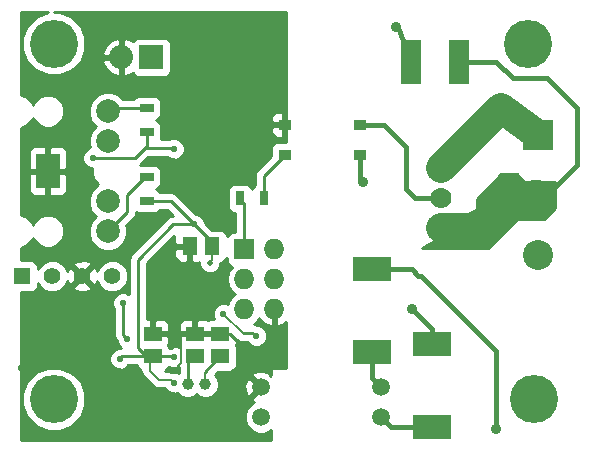
<source format=gbl>
%FSLAX34Y34*%
G04 Gerber Fmt 3.4, Leading zero omitted, Abs format*
G04 (created by PCBNEW (2014-jan-25)-product) date Sun 31 May 2015 12:35:32 PM EDT*
%MOIN*%
G01*
G70*
G90*
G04 APERTURE LIST*
%ADD10C,0.005906*%
%ADD11R,0.068000X0.068000*%
%ADD12O,0.068000X0.068000*%
%ADD13R,0.051200X0.059000*%
%ADD14R,0.059000X0.051200*%
%ADD15R,0.070900X0.145700*%
%ADD16R,0.100000X0.100000*%
%ADD17C,0.100000*%
%ADD18R,0.078740X0.118110*%
%ADD19C,0.078740*%
%ADD20R,0.055000X0.055000*%
%ADD21C,0.055000*%
%ADD22R,0.047200X0.031500*%
%ADD23R,0.031500X0.047200*%
%ADD24R,0.126000X0.078700*%
%ADD25R,0.044882X0.035827*%
%ADD26C,0.070000*%
%ADD27R,0.070000X0.070000*%
%ADD28C,0.059055*%
%ADD29C,0.039400*%
%ADD30R,0.080000X0.080000*%
%ADD31O,0.080000X0.080000*%
%ADD32C,0.160000*%
%ADD33C,0.035000*%
%ADD34C,0.022000*%
%ADD35C,0.020000*%
%ADD36C,0.015748*%
%ADD37C,0.007992*%
%ADD38C,0.010000*%
%ADD39C,0.098425*%
G04 APERTURE END LIST*
G54D10*
G54D11*
X40850Y-65500D03*
G54D12*
X40850Y-66500D03*
X40850Y-67500D03*
X41850Y-67500D03*
X41850Y-66500D03*
X41850Y-65500D03*
G54D13*
X39025Y-65400D03*
X39775Y-65400D03*
G54D14*
X37800Y-68325D03*
X37800Y-69075D03*
X39200Y-68325D03*
X39200Y-69075D03*
X40050Y-68325D03*
X40050Y-69075D03*
G54D15*
X48007Y-59250D03*
X46393Y-59250D03*
G54D16*
X50650Y-61700D03*
G54D17*
X50650Y-63700D03*
X50650Y-65700D03*
G54D18*
X34300Y-62900D03*
G54D19*
X36300Y-61900D03*
X36300Y-60900D03*
X36300Y-63900D03*
X36300Y-64900D03*
G54D20*
X33450Y-66400D03*
G54D21*
X34450Y-66400D03*
X35450Y-66400D03*
X36450Y-66400D03*
G54D22*
X37600Y-60806D03*
X37600Y-61594D03*
X37600Y-63106D03*
X37600Y-63894D03*
G54D23*
X41494Y-63800D03*
X40706Y-63800D03*
G54D24*
X47100Y-68672D03*
X47100Y-71428D03*
X45100Y-66172D03*
X45100Y-68928D03*
G54D25*
X42200Y-62350D03*
X42200Y-61350D03*
X44700Y-62350D03*
X44700Y-61350D03*
G54D26*
X47400Y-62800D03*
X47400Y-63800D03*
G54D27*
X47400Y-64800D03*
G54D28*
X41400Y-71100D03*
X41400Y-70100D03*
X45400Y-70100D03*
X45400Y-71100D03*
G54D29*
X38955Y-70000D03*
X39545Y-70000D03*
G54D30*
X37750Y-59100D03*
G54D31*
X36750Y-59100D03*
G54D32*
X34500Y-58650D03*
X50500Y-70500D03*
X34500Y-70500D03*
X50300Y-58650D03*
G54D33*
X36350Y-70300D03*
G54D34*
X38400Y-68750D03*
X38450Y-69550D03*
X39200Y-63750D03*
X33400Y-69450D03*
G54D35*
X39050Y-67100D03*
X39050Y-67550D03*
X38500Y-67100D03*
X38500Y-67550D03*
G54D34*
X38500Y-65400D03*
X36700Y-69150D03*
X38500Y-69950D03*
X38500Y-69100D03*
X38500Y-62150D03*
X35800Y-62450D03*
X39175Y-64675D03*
G54D35*
X39700Y-65950D03*
G54D33*
X45900Y-58100D03*
X49250Y-71500D03*
X46450Y-67500D03*
G54D34*
X36950Y-68500D03*
X36800Y-67300D03*
G54D33*
X44800Y-63250D03*
G54D34*
X41250Y-68400D03*
X40150Y-67650D03*
G54D36*
X36350Y-70300D02*
X36350Y-70150D01*
G54D37*
X38450Y-69550D02*
X38500Y-69550D01*
X38500Y-69550D02*
X38750Y-69300D01*
X38750Y-69300D02*
X38750Y-68325D01*
G54D38*
X40050Y-68325D02*
X40375Y-68325D01*
X40375Y-68325D02*
X41000Y-68950D01*
X41000Y-68950D02*
X41000Y-69700D01*
X41000Y-69700D02*
X41400Y-70100D01*
X40050Y-68325D02*
X39200Y-68325D01*
X39200Y-68325D02*
X38750Y-68325D01*
X38750Y-68325D02*
X37800Y-68325D01*
G54D37*
X38450Y-69550D02*
X38450Y-69600D01*
G54D38*
X39200Y-63750D02*
X41600Y-61350D01*
X41600Y-61350D02*
X42200Y-61350D01*
X33400Y-69450D02*
X33550Y-69300D01*
X33550Y-69300D02*
X34850Y-69300D01*
G54D37*
X39050Y-67100D02*
X39050Y-67550D01*
X38500Y-67100D02*
X38500Y-67550D01*
X38500Y-65400D02*
X39025Y-65400D01*
G54D38*
X39200Y-67700D02*
X39200Y-68325D01*
X39125Y-67625D02*
X39050Y-67550D01*
X39200Y-67700D02*
X39125Y-67625D01*
X38575Y-67625D02*
X39125Y-67625D01*
X38575Y-67625D02*
X38500Y-67550D01*
X36775Y-69075D02*
X36700Y-69150D01*
G54D37*
X37700Y-69550D02*
X37700Y-69175D01*
X37700Y-69175D02*
X37800Y-69075D01*
X38500Y-69950D02*
X38400Y-69850D01*
X38400Y-69850D02*
X38000Y-69850D01*
X38000Y-69850D02*
X37700Y-69550D01*
X38500Y-69100D02*
X38475Y-69075D01*
G54D38*
X38475Y-69075D02*
X37800Y-69075D01*
X37800Y-69075D02*
X37575Y-69075D01*
X37575Y-69075D02*
X37300Y-68800D01*
X37300Y-68800D02*
X37300Y-65850D01*
X37300Y-65850D02*
X38475Y-64675D01*
X38475Y-64675D02*
X39175Y-64675D01*
X37800Y-69075D02*
X36775Y-69075D01*
X38500Y-62150D02*
X38475Y-62125D01*
X38475Y-62125D02*
X37525Y-62125D01*
X37600Y-62050D02*
X37600Y-61594D01*
X37200Y-62450D02*
X37525Y-62125D01*
X37525Y-62125D02*
X37600Y-62050D01*
X35800Y-62450D02*
X37200Y-62450D01*
X37600Y-63894D02*
X38394Y-63894D01*
X38394Y-63894D02*
X39175Y-64675D01*
X39175Y-64675D02*
X39775Y-65275D01*
X39775Y-65275D02*
X39775Y-65400D01*
G54D37*
X39775Y-65875D02*
X39700Y-65950D01*
X39775Y-65400D02*
X39775Y-65875D01*
G54D38*
X38955Y-70000D02*
X38955Y-69320D01*
G54D37*
X38955Y-69320D02*
X39200Y-69075D01*
X39545Y-70000D02*
X39545Y-69580D01*
G54D38*
X39545Y-69580D02*
X40050Y-69075D01*
G54D39*
X48450Y-64800D02*
X47400Y-64800D01*
X50500Y-63700D02*
X48450Y-64800D01*
X50650Y-63700D02*
X50500Y-63700D01*
G54D36*
X50650Y-63700D02*
X50700Y-63700D01*
G54D38*
X50950Y-63700D02*
X50650Y-63700D01*
G54D36*
X49250Y-59250D02*
X49800Y-59800D01*
X48007Y-59250D02*
X49250Y-59250D01*
X51950Y-62700D02*
X50950Y-63700D01*
X51950Y-60800D02*
X51950Y-62700D01*
X50950Y-59800D02*
X51950Y-60800D01*
X49800Y-59800D02*
X50950Y-59800D01*
X45993Y-58193D02*
X45900Y-58100D01*
X46393Y-59250D02*
X45993Y-58193D01*
X46422Y-66172D02*
X46650Y-66400D01*
X46650Y-66400D02*
X46750Y-66400D01*
X46750Y-66400D02*
X49250Y-68900D01*
X49250Y-68900D02*
X49250Y-71500D01*
X45100Y-66172D02*
X46422Y-66172D01*
X47100Y-68150D02*
X46450Y-67500D01*
X47100Y-68672D02*
X47100Y-68150D01*
G54D39*
X49400Y-60800D02*
X47400Y-62800D01*
X49400Y-60800D02*
X47400Y-62800D01*
X50650Y-61700D02*
X49400Y-60800D01*
G54D38*
X36950Y-68500D02*
X36800Y-68350D01*
X36800Y-68350D02*
X36800Y-67300D01*
X37600Y-63106D02*
X37544Y-63106D01*
X37544Y-63106D02*
X36950Y-63700D01*
X36950Y-63700D02*
X36950Y-64250D01*
X36950Y-64250D02*
X36300Y-64900D01*
X37600Y-60806D02*
X36394Y-60806D01*
X36394Y-60806D02*
X36300Y-60900D01*
G54D37*
X40850Y-63944D02*
X40706Y-63800D01*
G54D38*
X40850Y-65500D02*
X40850Y-63944D01*
X41494Y-63056D02*
X42200Y-62350D01*
X41494Y-63800D02*
X41494Y-63056D01*
G54D36*
X45728Y-71428D02*
X45400Y-71100D01*
X47100Y-71428D02*
X45728Y-71428D01*
X45100Y-69800D02*
X45400Y-70100D01*
X45100Y-68928D02*
X45100Y-69800D01*
X44700Y-62350D02*
X44700Y-63150D01*
G54D37*
X44700Y-63150D02*
X44800Y-63250D01*
G54D36*
X46550Y-63800D02*
X46250Y-63500D01*
X46250Y-63500D02*
X46250Y-62100D01*
X46250Y-62100D02*
X45500Y-61350D01*
X45500Y-61350D02*
X44700Y-61350D01*
X47400Y-63800D02*
X46550Y-63800D01*
G54D37*
X41250Y-68400D02*
X41150Y-68300D01*
G54D38*
X41150Y-68300D02*
X40800Y-68300D01*
G54D37*
X40800Y-68300D02*
X40150Y-67650D01*
G54D10*
G36*
X38655Y-69624D02*
X38571Y-69590D01*
X38522Y-69590D01*
X38510Y-69582D01*
X38400Y-69560D01*
X38195Y-69560D01*
X38236Y-69542D01*
X38306Y-69472D01*
X38329Y-69418D01*
X38428Y-69459D01*
X38571Y-69460D01*
X38655Y-69425D01*
X38655Y-69624D01*
X38655Y-69624D01*
G37*
G54D38*
X38655Y-69624D02*
X38571Y-69590D01*
X38522Y-69590D01*
X38510Y-69582D01*
X38400Y-69560D01*
X38195Y-69560D01*
X38236Y-69542D01*
X38306Y-69472D01*
X38329Y-69418D01*
X38428Y-69459D01*
X38571Y-69460D01*
X38655Y-69425D01*
X38655Y-69624D01*
G54D10*
G36*
X40539Y-67000D02*
X40432Y-67071D01*
X40304Y-67262D01*
X40293Y-67319D01*
X40221Y-67290D01*
X40078Y-67289D01*
X39946Y-67344D01*
X39844Y-67445D01*
X39790Y-67578D01*
X39789Y-67721D01*
X39830Y-67819D01*
X39804Y-67819D01*
X39705Y-67819D01*
X39625Y-67852D01*
X39544Y-67819D01*
X39445Y-67819D01*
X39312Y-67819D01*
X39250Y-67881D01*
X39250Y-68275D01*
X39567Y-68275D01*
X39682Y-68275D01*
X40000Y-68275D01*
X40000Y-68267D01*
X40100Y-68267D01*
X40100Y-68275D01*
X40107Y-68275D01*
X40107Y-68375D01*
X40100Y-68375D01*
X40100Y-68382D01*
X40000Y-68382D01*
X40000Y-68375D01*
X39682Y-68375D01*
X39567Y-68375D01*
X39250Y-68375D01*
X39250Y-68382D01*
X39150Y-68382D01*
X39150Y-68375D01*
X39150Y-68275D01*
X39150Y-67881D01*
X39087Y-67819D01*
X38975Y-67819D01*
X38975Y-65882D01*
X38975Y-65450D01*
X38581Y-65450D01*
X38519Y-65512D01*
X38519Y-65645D01*
X38519Y-65744D01*
X38557Y-65836D01*
X38627Y-65906D01*
X38719Y-65945D01*
X38912Y-65945D01*
X38975Y-65882D01*
X38975Y-67819D01*
X38954Y-67819D01*
X38855Y-67819D01*
X38763Y-67857D01*
X38693Y-67927D01*
X38655Y-68019D01*
X38655Y-68212D01*
X38717Y-68275D01*
X39150Y-68275D01*
X39150Y-68375D01*
X38717Y-68375D01*
X38655Y-68437D01*
X38655Y-68630D01*
X38683Y-68699D01*
X38655Y-68769D01*
X38655Y-68774D01*
X38571Y-68740D01*
X38428Y-68739D01*
X38345Y-68774D01*
X38345Y-68769D01*
X38316Y-68700D01*
X38345Y-68630D01*
X38345Y-68437D01*
X38345Y-68212D01*
X38345Y-68019D01*
X38306Y-67927D01*
X38236Y-67857D01*
X38144Y-67819D01*
X38045Y-67819D01*
X37912Y-67819D01*
X37850Y-67881D01*
X37850Y-68275D01*
X38282Y-68275D01*
X38345Y-68212D01*
X38345Y-68437D01*
X38282Y-68375D01*
X37850Y-68375D01*
X37850Y-68382D01*
X37750Y-68382D01*
X37750Y-68375D01*
X37742Y-68375D01*
X37742Y-68275D01*
X37750Y-68275D01*
X37750Y-67881D01*
X37687Y-67819D01*
X37600Y-67819D01*
X37600Y-65974D01*
X38519Y-65055D01*
X38519Y-65055D01*
X38519Y-65154D01*
X38519Y-65287D01*
X38581Y-65350D01*
X38975Y-65350D01*
X38975Y-65342D01*
X39075Y-65342D01*
X39075Y-65350D01*
X39082Y-65350D01*
X39082Y-65450D01*
X39075Y-65450D01*
X39075Y-65882D01*
X39137Y-65945D01*
X39330Y-65945D01*
X39350Y-65937D01*
X39349Y-66019D01*
X39403Y-66148D01*
X39501Y-66246D01*
X39630Y-66299D01*
X39769Y-66300D01*
X39898Y-66246D01*
X39996Y-66148D01*
X40049Y-66019D01*
X40050Y-65950D01*
X40051Y-65945D01*
X40080Y-65945D01*
X40172Y-65906D01*
X40242Y-65836D01*
X40260Y-65795D01*
X40260Y-65889D01*
X40298Y-65981D01*
X40368Y-66051D01*
X40428Y-66077D01*
X40304Y-66262D01*
X40260Y-66488D01*
X40260Y-66511D01*
X40304Y-66737D01*
X40432Y-66928D01*
X40539Y-67000D01*
X40539Y-67000D01*
G37*
G54D38*
X40539Y-67000D02*
X40432Y-67071D01*
X40304Y-67262D01*
X40293Y-67319D01*
X40221Y-67290D01*
X40078Y-67289D01*
X39946Y-67344D01*
X39844Y-67445D01*
X39790Y-67578D01*
X39789Y-67721D01*
X39830Y-67819D01*
X39804Y-67819D01*
X39705Y-67819D01*
X39625Y-67852D01*
X39544Y-67819D01*
X39445Y-67819D01*
X39312Y-67819D01*
X39250Y-67881D01*
X39250Y-68275D01*
X39567Y-68275D01*
X39682Y-68275D01*
X40000Y-68275D01*
X40000Y-68267D01*
X40100Y-68267D01*
X40100Y-68275D01*
X40107Y-68275D01*
X40107Y-68375D01*
X40100Y-68375D01*
X40100Y-68382D01*
X40000Y-68382D01*
X40000Y-68375D01*
X39682Y-68375D01*
X39567Y-68375D01*
X39250Y-68375D01*
X39250Y-68382D01*
X39150Y-68382D01*
X39150Y-68375D01*
X39150Y-68275D01*
X39150Y-67881D01*
X39087Y-67819D01*
X38975Y-67819D01*
X38975Y-65882D01*
X38975Y-65450D01*
X38581Y-65450D01*
X38519Y-65512D01*
X38519Y-65645D01*
X38519Y-65744D01*
X38557Y-65836D01*
X38627Y-65906D01*
X38719Y-65945D01*
X38912Y-65945D01*
X38975Y-65882D01*
X38975Y-67819D01*
X38954Y-67819D01*
X38855Y-67819D01*
X38763Y-67857D01*
X38693Y-67927D01*
X38655Y-68019D01*
X38655Y-68212D01*
X38717Y-68275D01*
X39150Y-68275D01*
X39150Y-68375D01*
X38717Y-68375D01*
X38655Y-68437D01*
X38655Y-68630D01*
X38683Y-68699D01*
X38655Y-68769D01*
X38655Y-68774D01*
X38571Y-68740D01*
X38428Y-68739D01*
X38345Y-68774D01*
X38345Y-68769D01*
X38316Y-68700D01*
X38345Y-68630D01*
X38345Y-68437D01*
X38345Y-68212D01*
X38345Y-68019D01*
X38306Y-67927D01*
X38236Y-67857D01*
X38144Y-67819D01*
X38045Y-67819D01*
X37912Y-67819D01*
X37850Y-67881D01*
X37850Y-68275D01*
X38282Y-68275D01*
X38345Y-68212D01*
X38345Y-68437D01*
X38282Y-68375D01*
X37850Y-68375D01*
X37850Y-68382D01*
X37750Y-68382D01*
X37750Y-68375D01*
X37742Y-68375D01*
X37742Y-68275D01*
X37750Y-68275D01*
X37750Y-67881D01*
X37687Y-67819D01*
X37600Y-67819D01*
X37600Y-65974D01*
X38519Y-65055D01*
X38519Y-65055D01*
X38519Y-65154D01*
X38519Y-65287D01*
X38581Y-65350D01*
X38975Y-65350D01*
X38975Y-65342D01*
X39075Y-65342D01*
X39075Y-65350D01*
X39082Y-65350D01*
X39082Y-65450D01*
X39075Y-65450D01*
X39075Y-65882D01*
X39137Y-65945D01*
X39330Y-65945D01*
X39350Y-65937D01*
X39349Y-66019D01*
X39403Y-66148D01*
X39501Y-66246D01*
X39630Y-66299D01*
X39769Y-66300D01*
X39898Y-66246D01*
X39996Y-66148D01*
X40049Y-66019D01*
X40050Y-65950D01*
X40051Y-65945D01*
X40080Y-65945D01*
X40172Y-65906D01*
X40242Y-65836D01*
X40260Y-65795D01*
X40260Y-65889D01*
X40298Y-65981D01*
X40368Y-66051D01*
X40428Y-66077D01*
X40304Y-66262D01*
X40260Y-66488D01*
X40260Y-66511D01*
X40304Y-66737D01*
X40432Y-66928D01*
X40539Y-67000D01*
G54D10*
G36*
X42250Y-69450D02*
X41750Y-69450D01*
X41750Y-69679D01*
X41711Y-69717D01*
X41685Y-69622D01*
X41480Y-69549D01*
X41263Y-69560D01*
X41114Y-69622D01*
X41088Y-69717D01*
X41400Y-70029D01*
X41405Y-70023D01*
X41476Y-70094D01*
X41470Y-70100D01*
X41476Y-70105D01*
X41405Y-70176D01*
X41400Y-70170D01*
X41329Y-70241D01*
X41329Y-70100D01*
X41017Y-69788D01*
X40922Y-69814D01*
X40849Y-70019D01*
X40860Y-70236D01*
X40922Y-70385D01*
X41017Y-70411D01*
X41329Y-70100D01*
X41329Y-70241D01*
X41088Y-70482D01*
X41114Y-70577D01*
X41180Y-70600D01*
X41091Y-70637D01*
X40938Y-70790D01*
X40854Y-70991D01*
X40854Y-71207D01*
X40937Y-71408D01*
X41090Y-71561D01*
X41291Y-71645D01*
X41507Y-71645D01*
X41708Y-71562D01*
X41750Y-71521D01*
X41750Y-71850D01*
X35747Y-71850D01*
X35747Y-66767D01*
X35450Y-66470D01*
X35152Y-66767D01*
X35177Y-66860D01*
X35374Y-66929D01*
X35582Y-66918D01*
X35722Y-66860D01*
X35747Y-66767D01*
X35747Y-71850D01*
X35550Y-71850D01*
X35550Y-70292D01*
X35390Y-69905D01*
X35095Y-69610D01*
X34709Y-69450D01*
X34292Y-69449D01*
X33905Y-69609D01*
X33610Y-69904D01*
X33450Y-70290D01*
X33449Y-70707D01*
X33609Y-71094D01*
X33904Y-71389D01*
X34290Y-71549D01*
X34707Y-71550D01*
X35094Y-71390D01*
X35389Y-71095D01*
X35549Y-70709D01*
X35550Y-70292D01*
X35550Y-71850D01*
X33400Y-71850D01*
X33400Y-66925D01*
X33774Y-66925D01*
X33866Y-66886D01*
X33936Y-66816D01*
X33975Y-66724D01*
X33975Y-66625D01*
X33975Y-66625D01*
X34004Y-66697D01*
X34152Y-66844D01*
X34345Y-66924D01*
X34553Y-66925D01*
X34747Y-66845D01*
X34894Y-66697D01*
X34947Y-66571D01*
X34989Y-66672D01*
X35082Y-66697D01*
X35379Y-66400D01*
X35082Y-66102D01*
X34989Y-66127D01*
X34950Y-66237D01*
X34943Y-66220D01*
X34943Y-63540D01*
X34943Y-63440D01*
X34943Y-63012D01*
X34943Y-62787D01*
X34943Y-62359D01*
X34943Y-62259D01*
X34905Y-62167D01*
X34835Y-62097D01*
X34743Y-62059D01*
X34412Y-62059D01*
X34350Y-62121D01*
X34350Y-62850D01*
X34881Y-62850D01*
X34943Y-62787D01*
X34943Y-63012D01*
X34881Y-62950D01*
X34350Y-62950D01*
X34350Y-63678D01*
X34412Y-63740D01*
X34743Y-63740D01*
X34835Y-63702D01*
X34905Y-63632D01*
X34943Y-63540D01*
X34943Y-66220D01*
X34895Y-66103D01*
X34747Y-65955D01*
X34554Y-65875D01*
X34346Y-65874D01*
X34153Y-65954D01*
X34005Y-66102D01*
X33975Y-66174D01*
X33975Y-66075D01*
X33936Y-65983D01*
X33866Y-65913D01*
X33774Y-65875D01*
X33675Y-65875D01*
X33400Y-65875D01*
X33400Y-65445D01*
X33407Y-65445D01*
X33608Y-65362D01*
X33761Y-65209D01*
X33799Y-65117D01*
X33837Y-65208D01*
X33990Y-65361D01*
X34191Y-65445D01*
X34407Y-65445D01*
X34608Y-65362D01*
X34761Y-65209D01*
X34845Y-65008D01*
X34845Y-64792D01*
X34762Y-64591D01*
X34609Y-64438D01*
X34408Y-64354D01*
X34250Y-64354D01*
X34250Y-63678D01*
X34250Y-62950D01*
X34250Y-62850D01*
X34250Y-62121D01*
X34187Y-62059D01*
X33856Y-62059D01*
X33764Y-62097D01*
X33694Y-62167D01*
X33656Y-62259D01*
X33656Y-62359D01*
X33656Y-62787D01*
X33718Y-62850D01*
X34250Y-62850D01*
X34250Y-62950D01*
X33718Y-62950D01*
X33656Y-63012D01*
X33656Y-63440D01*
X33656Y-63540D01*
X33694Y-63632D01*
X33764Y-63702D01*
X33856Y-63740D01*
X34187Y-63740D01*
X34250Y-63678D01*
X34250Y-64354D01*
X34192Y-64354D01*
X33991Y-64437D01*
X33838Y-64590D01*
X33800Y-64682D01*
X33762Y-64591D01*
X33609Y-64438D01*
X33408Y-64354D01*
X33400Y-64354D01*
X33400Y-61445D01*
X33407Y-61445D01*
X33608Y-61362D01*
X33761Y-61209D01*
X33799Y-61117D01*
X33837Y-61208D01*
X33990Y-61361D01*
X34191Y-61445D01*
X34407Y-61445D01*
X34608Y-61362D01*
X34761Y-61209D01*
X34845Y-61008D01*
X34845Y-60792D01*
X34762Y-60591D01*
X34609Y-60438D01*
X34408Y-60354D01*
X34192Y-60354D01*
X33991Y-60437D01*
X33838Y-60590D01*
X33800Y-60682D01*
X33762Y-60591D01*
X33609Y-60438D01*
X33408Y-60354D01*
X33400Y-60354D01*
X33400Y-57600D01*
X34291Y-57600D01*
X33905Y-57759D01*
X33610Y-58054D01*
X33450Y-58440D01*
X33449Y-58857D01*
X33609Y-59244D01*
X33904Y-59539D01*
X34290Y-59699D01*
X34707Y-59700D01*
X35094Y-59540D01*
X35389Y-59245D01*
X35549Y-58859D01*
X35550Y-58442D01*
X35390Y-58055D01*
X35095Y-57760D01*
X34709Y-57600D01*
X34500Y-57600D01*
X42250Y-57600D01*
X42250Y-60983D01*
X42250Y-61300D01*
X42250Y-61400D01*
X42250Y-61716D01*
X42250Y-61920D01*
X42150Y-61920D01*
X42150Y-61716D01*
X42150Y-61400D01*
X42150Y-61300D01*
X42150Y-60983D01*
X42087Y-60920D01*
X41925Y-60920D01*
X41833Y-60958D01*
X41763Y-61029D01*
X41725Y-61121D01*
X41725Y-61220D01*
X41725Y-61237D01*
X41788Y-61300D01*
X42150Y-61300D01*
X42150Y-61400D01*
X41788Y-61400D01*
X41725Y-61462D01*
X41725Y-61479D01*
X41725Y-61578D01*
X41763Y-61670D01*
X41833Y-61741D01*
X41925Y-61779D01*
X42087Y-61779D01*
X42150Y-61716D01*
X42150Y-61920D01*
X41925Y-61920D01*
X41833Y-61958D01*
X41763Y-62029D01*
X41725Y-62121D01*
X41725Y-62220D01*
X41725Y-62400D01*
X41281Y-62843D01*
X41216Y-62941D01*
X41194Y-63056D01*
X41194Y-63352D01*
X41124Y-63422D01*
X41099Y-63481D01*
X41075Y-63422D01*
X41005Y-63352D01*
X40913Y-63314D01*
X40813Y-63314D01*
X40498Y-63314D01*
X40406Y-63352D01*
X40336Y-63422D01*
X40298Y-63514D01*
X40298Y-63613D01*
X40298Y-64085D01*
X40336Y-64177D01*
X40406Y-64247D01*
X40498Y-64286D01*
X40550Y-64286D01*
X40550Y-64910D01*
X40460Y-64910D01*
X40368Y-64948D01*
X40298Y-65018D01*
X40281Y-65059D01*
X40281Y-65055D01*
X40242Y-64963D01*
X40172Y-64893D01*
X40080Y-64855D01*
X39981Y-64855D01*
X39779Y-64855D01*
X39535Y-64610D01*
X39535Y-64603D01*
X39480Y-64471D01*
X39379Y-64369D01*
X39246Y-64315D01*
X39239Y-64315D01*
X38606Y-63681D01*
X38508Y-63616D01*
X38394Y-63594D01*
X38047Y-63594D01*
X37977Y-63524D01*
X37918Y-63499D01*
X37977Y-63475D01*
X38047Y-63405D01*
X38086Y-63313D01*
X38086Y-63213D01*
X38086Y-62898D01*
X38047Y-62806D01*
X37977Y-62736D01*
X37885Y-62698D01*
X37786Y-62698D01*
X37357Y-62698D01*
X37412Y-62662D01*
X37649Y-62425D01*
X38265Y-62425D01*
X38295Y-62455D01*
X38428Y-62509D01*
X38571Y-62510D01*
X38703Y-62455D01*
X38805Y-62354D01*
X38859Y-62221D01*
X38860Y-62078D01*
X38805Y-61946D01*
X38704Y-61844D01*
X38571Y-61790D01*
X38428Y-61789D01*
X38400Y-61801D01*
X38400Y-59549D01*
X38400Y-59450D01*
X38400Y-58650D01*
X38361Y-58558D01*
X38291Y-58488D01*
X38199Y-58450D01*
X38100Y-58450D01*
X37300Y-58450D01*
X37208Y-58488D01*
X37138Y-58558D01*
X37131Y-58573D01*
X37131Y-58573D01*
X36900Y-58467D01*
X36800Y-58514D01*
X36800Y-59050D01*
X36807Y-59050D01*
X36807Y-59150D01*
X36800Y-59150D01*
X36800Y-59685D01*
X36900Y-59732D01*
X37131Y-59626D01*
X37131Y-59626D01*
X37138Y-59641D01*
X37208Y-59711D01*
X37300Y-59750D01*
X37399Y-59750D01*
X38199Y-59750D01*
X38291Y-59711D01*
X38361Y-59641D01*
X38400Y-59549D01*
X38400Y-61801D01*
X38343Y-61825D01*
X38076Y-61825D01*
X38086Y-61801D01*
X38086Y-61701D01*
X38086Y-61386D01*
X38047Y-61294D01*
X37977Y-61224D01*
X37918Y-61199D01*
X37977Y-61175D01*
X38047Y-61105D01*
X38086Y-61013D01*
X38086Y-60913D01*
X38086Y-60598D01*
X38047Y-60506D01*
X37977Y-60436D01*
X37885Y-60398D01*
X37786Y-60398D01*
X37314Y-60398D01*
X37222Y-60436D01*
X37152Y-60506D01*
X36816Y-60506D01*
X36700Y-60389D01*
X36700Y-59685D01*
X36700Y-59150D01*
X36700Y-59050D01*
X36700Y-58514D01*
X36599Y-58467D01*
X36368Y-58573D01*
X36196Y-58759D01*
X36117Y-58949D01*
X36164Y-59050D01*
X36700Y-59050D01*
X36700Y-59150D01*
X36164Y-59150D01*
X36117Y-59250D01*
X36196Y-59440D01*
X36368Y-59626D01*
X36599Y-59732D01*
X36700Y-59685D01*
X36700Y-60389D01*
X36665Y-60354D01*
X36428Y-60256D01*
X36172Y-60256D01*
X35935Y-60353D01*
X35754Y-60534D01*
X35656Y-60771D01*
X35656Y-61027D01*
X35753Y-61264D01*
X35889Y-61400D01*
X35754Y-61534D01*
X35656Y-61771D01*
X35656Y-62027D01*
X35688Y-62106D01*
X35596Y-62144D01*
X35494Y-62245D01*
X35440Y-62378D01*
X35439Y-62521D01*
X35494Y-62653D01*
X35595Y-62755D01*
X35728Y-62809D01*
X35754Y-62809D01*
X35754Y-63007D01*
X35837Y-63208D01*
X35969Y-63340D01*
X35935Y-63353D01*
X35754Y-63534D01*
X35656Y-63771D01*
X35656Y-64027D01*
X35753Y-64264D01*
X35889Y-64400D01*
X35754Y-64534D01*
X35656Y-64771D01*
X35656Y-65027D01*
X35753Y-65264D01*
X35934Y-65445D01*
X36171Y-65543D01*
X36427Y-65543D01*
X36664Y-65446D01*
X36845Y-65265D01*
X36943Y-65028D01*
X36943Y-64772D01*
X36916Y-64707D01*
X37162Y-64462D01*
X37162Y-64462D01*
X37227Y-64364D01*
X37227Y-64364D01*
X37245Y-64272D01*
X37314Y-64301D01*
X37413Y-64301D01*
X37885Y-64301D01*
X37977Y-64263D01*
X38047Y-64194D01*
X38269Y-64194D01*
X38454Y-64379D01*
X38360Y-64397D01*
X38262Y-64462D01*
X37087Y-65637D01*
X37022Y-65735D01*
X37000Y-65850D01*
X37000Y-66993D01*
X36975Y-66982D01*
X36975Y-66296D01*
X36895Y-66103D01*
X36747Y-65955D01*
X36554Y-65875D01*
X36346Y-65874D01*
X36153Y-65954D01*
X36005Y-66102D01*
X35952Y-66228D01*
X35910Y-66127D01*
X35817Y-66102D01*
X35747Y-66173D01*
X35747Y-66032D01*
X35722Y-65939D01*
X35525Y-65870D01*
X35317Y-65881D01*
X35177Y-65939D01*
X35152Y-66032D01*
X35450Y-66329D01*
X35747Y-66032D01*
X35747Y-66173D01*
X35520Y-66400D01*
X35817Y-66697D01*
X35910Y-66672D01*
X35949Y-66562D01*
X36004Y-66697D01*
X36152Y-66844D01*
X36345Y-66924D01*
X36553Y-66925D01*
X36747Y-66845D01*
X36894Y-66697D01*
X36974Y-66504D01*
X36975Y-66296D01*
X36975Y-66982D01*
X36871Y-66940D01*
X36728Y-66939D01*
X36596Y-66994D01*
X36494Y-67095D01*
X36440Y-67228D01*
X36439Y-67371D01*
X36494Y-67503D01*
X36500Y-67509D01*
X36500Y-68350D01*
X36522Y-68464D01*
X36587Y-68562D01*
X36589Y-68564D01*
X36589Y-68571D01*
X36644Y-68703D01*
X36725Y-68784D01*
X36699Y-68789D01*
X36699Y-68789D01*
X36628Y-68789D01*
X36496Y-68844D01*
X36394Y-68945D01*
X36340Y-69078D01*
X36339Y-69221D01*
X36394Y-69353D01*
X36495Y-69455D01*
X36628Y-69509D01*
X36771Y-69510D01*
X36903Y-69455D01*
X36984Y-69375D01*
X37255Y-69375D01*
X37255Y-69380D01*
X37293Y-69472D01*
X37363Y-69542D01*
X37412Y-69563D01*
X37432Y-69660D01*
X37494Y-69755D01*
X37794Y-70055D01*
X37889Y-70117D01*
X38000Y-70139D01*
X38188Y-70139D01*
X38194Y-70153D01*
X38295Y-70255D01*
X38428Y-70309D01*
X38571Y-70310D01*
X38614Y-70292D01*
X38701Y-70378D01*
X38865Y-70446D01*
X39043Y-70447D01*
X39207Y-70379D01*
X39249Y-70337D01*
X39291Y-70378D01*
X39455Y-70446D01*
X39633Y-70447D01*
X39797Y-70379D01*
X39923Y-70253D01*
X39991Y-70089D01*
X39992Y-69911D01*
X39924Y-69747D01*
X39863Y-69686D01*
X39968Y-69581D01*
X40394Y-69581D01*
X40486Y-69542D01*
X40556Y-69472D01*
X40595Y-69380D01*
X40595Y-69281D01*
X40595Y-68769D01*
X40566Y-68700D01*
X40595Y-68630D01*
X40595Y-68516D01*
X40685Y-68577D01*
X40800Y-68600D01*
X40943Y-68600D01*
X40944Y-68603D01*
X41045Y-68705D01*
X41178Y-68759D01*
X41321Y-68760D01*
X41453Y-68705D01*
X41555Y-68604D01*
X41609Y-68471D01*
X41610Y-68328D01*
X41555Y-68196D01*
X41454Y-68094D01*
X41321Y-68040D01*
X41290Y-68040D01*
X41264Y-68022D01*
X41158Y-68001D01*
X41267Y-67928D01*
X41352Y-67801D01*
X41374Y-67849D01*
X41544Y-68004D01*
X41708Y-68072D01*
X41800Y-68025D01*
X41800Y-67550D01*
X41792Y-67550D01*
X41792Y-67450D01*
X41800Y-67450D01*
X41800Y-67442D01*
X41900Y-67442D01*
X41900Y-67450D01*
X41907Y-67450D01*
X41907Y-67550D01*
X41900Y-67550D01*
X41900Y-68025D01*
X41991Y-68072D01*
X42155Y-68004D01*
X42250Y-67918D01*
X42250Y-69450D01*
X42250Y-69450D01*
G37*
G54D38*
X42250Y-69450D02*
X41750Y-69450D01*
X41750Y-69679D01*
X41711Y-69717D01*
X41685Y-69622D01*
X41480Y-69549D01*
X41263Y-69560D01*
X41114Y-69622D01*
X41088Y-69717D01*
X41400Y-70029D01*
X41405Y-70023D01*
X41476Y-70094D01*
X41470Y-70100D01*
X41476Y-70105D01*
X41405Y-70176D01*
X41400Y-70170D01*
X41329Y-70241D01*
X41329Y-70100D01*
X41017Y-69788D01*
X40922Y-69814D01*
X40849Y-70019D01*
X40860Y-70236D01*
X40922Y-70385D01*
X41017Y-70411D01*
X41329Y-70100D01*
X41329Y-70241D01*
X41088Y-70482D01*
X41114Y-70577D01*
X41180Y-70600D01*
X41091Y-70637D01*
X40938Y-70790D01*
X40854Y-70991D01*
X40854Y-71207D01*
X40937Y-71408D01*
X41090Y-71561D01*
X41291Y-71645D01*
X41507Y-71645D01*
X41708Y-71562D01*
X41750Y-71521D01*
X41750Y-71850D01*
X35747Y-71850D01*
X35747Y-66767D01*
X35450Y-66470D01*
X35152Y-66767D01*
X35177Y-66860D01*
X35374Y-66929D01*
X35582Y-66918D01*
X35722Y-66860D01*
X35747Y-66767D01*
X35747Y-71850D01*
X35550Y-71850D01*
X35550Y-70292D01*
X35390Y-69905D01*
X35095Y-69610D01*
X34709Y-69450D01*
X34292Y-69449D01*
X33905Y-69609D01*
X33610Y-69904D01*
X33450Y-70290D01*
X33449Y-70707D01*
X33609Y-71094D01*
X33904Y-71389D01*
X34290Y-71549D01*
X34707Y-71550D01*
X35094Y-71390D01*
X35389Y-71095D01*
X35549Y-70709D01*
X35550Y-70292D01*
X35550Y-71850D01*
X33400Y-71850D01*
X33400Y-66925D01*
X33774Y-66925D01*
X33866Y-66886D01*
X33936Y-66816D01*
X33975Y-66724D01*
X33975Y-66625D01*
X33975Y-66625D01*
X34004Y-66697D01*
X34152Y-66844D01*
X34345Y-66924D01*
X34553Y-66925D01*
X34747Y-66845D01*
X34894Y-66697D01*
X34947Y-66571D01*
X34989Y-66672D01*
X35082Y-66697D01*
X35379Y-66400D01*
X35082Y-66102D01*
X34989Y-66127D01*
X34950Y-66237D01*
X34943Y-66220D01*
X34943Y-63540D01*
X34943Y-63440D01*
X34943Y-63012D01*
X34943Y-62787D01*
X34943Y-62359D01*
X34943Y-62259D01*
X34905Y-62167D01*
X34835Y-62097D01*
X34743Y-62059D01*
X34412Y-62059D01*
X34350Y-62121D01*
X34350Y-62850D01*
X34881Y-62850D01*
X34943Y-62787D01*
X34943Y-63012D01*
X34881Y-62950D01*
X34350Y-62950D01*
X34350Y-63678D01*
X34412Y-63740D01*
X34743Y-63740D01*
X34835Y-63702D01*
X34905Y-63632D01*
X34943Y-63540D01*
X34943Y-66220D01*
X34895Y-66103D01*
X34747Y-65955D01*
X34554Y-65875D01*
X34346Y-65874D01*
X34153Y-65954D01*
X34005Y-66102D01*
X33975Y-66174D01*
X33975Y-66075D01*
X33936Y-65983D01*
X33866Y-65913D01*
X33774Y-65875D01*
X33675Y-65875D01*
X33400Y-65875D01*
X33400Y-65445D01*
X33407Y-65445D01*
X33608Y-65362D01*
X33761Y-65209D01*
X33799Y-65117D01*
X33837Y-65208D01*
X33990Y-65361D01*
X34191Y-65445D01*
X34407Y-65445D01*
X34608Y-65362D01*
X34761Y-65209D01*
X34845Y-65008D01*
X34845Y-64792D01*
X34762Y-64591D01*
X34609Y-64438D01*
X34408Y-64354D01*
X34250Y-64354D01*
X34250Y-63678D01*
X34250Y-62950D01*
X34250Y-62850D01*
X34250Y-62121D01*
X34187Y-62059D01*
X33856Y-62059D01*
X33764Y-62097D01*
X33694Y-62167D01*
X33656Y-62259D01*
X33656Y-62359D01*
X33656Y-62787D01*
X33718Y-62850D01*
X34250Y-62850D01*
X34250Y-62950D01*
X33718Y-62950D01*
X33656Y-63012D01*
X33656Y-63440D01*
X33656Y-63540D01*
X33694Y-63632D01*
X33764Y-63702D01*
X33856Y-63740D01*
X34187Y-63740D01*
X34250Y-63678D01*
X34250Y-64354D01*
X34192Y-64354D01*
X33991Y-64437D01*
X33838Y-64590D01*
X33800Y-64682D01*
X33762Y-64591D01*
X33609Y-64438D01*
X33408Y-64354D01*
X33400Y-64354D01*
X33400Y-61445D01*
X33407Y-61445D01*
X33608Y-61362D01*
X33761Y-61209D01*
X33799Y-61117D01*
X33837Y-61208D01*
X33990Y-61361D01*
X34191Y-61445D01*
X34407Y-61445D01*
X34608Y-61362D01*
X34761Y-61209D01*
X34845Y-61008D01*
X34845Y-60792D01*
X34762Y-60591D01*
X34609Y-60438D01*
X34408Y-60354D01*
X34192Y-60354D01*
X33991Y-60437D01*
X33838Y-60590D01*
X33800Y-60682D01*
X33762Y-60591D01*
X33609Y-60438D01*
X33408Y-60354D01*
X33400Y-60354D01*
X33400Y-57600D01*
X34291Y-57600D01*
X33905Y-57759D01*
X33610Y-58054D01*
X33450Y-58440D01*
X33449Y-58857D01*
X33609Y-59244D01*
X33904Y-59539D01*
X34290Y-59699D01*
X34707Y-59700D01*
X35094Y-59540D01*
X35389Y-59245D01*
X35549Y-58859D01*
X35550Y-58442D01*
X35390Y-58055D01*
X35095Y-57760D01*
X34709Y-57600D01*
X34500Y-57600D01*
X42250Y-57600D01*
X42250Y-60983D01*
X42250Y-61300D01*
X42250Y-61400D01*
X42250Y-61716D01*
X42250Y-61920D01*
X42150Y-61920D01*
X42150Y-61716D01*
X42150Y-61400D01*
X42150Y-61300D01*
X42150Y-60983D01*
X42087Y-60920D01*
X41925Y-60920D01*
X41833Y-60958D01*
X41763Y-61029D01*
X41725Y-61121D01*
X41725Y-61220D01*
X41725Y-61237D01*
X41788Y-61300D01*
X42150Y-61300D01*
X42150Y-61400D01*
X41788Y-61400D01*
X41725Y-61462D01*
X41725Y-61479D01*
X41725Y-61578D01*
X41763Y-61670D01*
X41833Y-61741D01*
X41925Y-61779D01*
X42087Y-61779D01*
X42150Y-61716D01*
X42150Y-61920D01*
X41925Y-61920D01*
X41833Y-61958D01*
X41763Y-62029D01*
X41725Y-62121D01*
X41725Y-62220D01*
X41725Y-62400D01*
X41281Y-62843D01*
X41216Y-62941D01*
X41194Y-63056D01*
X41194Y-63352D01*
X41124Y-63422D01*
X41099Y-63481D01*
X41075Y-63422D01*
X41005Y-63352D01*
X40913Y-63314D01*
X40813Y-63314D01*
X40498Y-63314D01*
X40406Y-63352D01*
X40336Y-63422D01*
X40298Y-63514D01*
X40298Y-63613D01*
X40298Y-64085D01*
X40336Y-64177D01*
X40406Y-64247D01*
X40498Y-64286D01*
X40550Y-64286D01*
X40550Y-64910D01*
X40460Y-64910D01*
X40368Y-64948D01*
X40298Y-65018D01*
X40281Y-65059D01*
X40281Y-65055D01*
X40242Y-64963D01*
X40172Y-64893D01*
X40080Y-64855D01*
X39981Y-64855D01*
X39779Y-64855D01*
X39535Y-64610D01*
X39535Y-64603D01*
X39480Y-64471D01*
X39379Y-64369D01*
X39246Y-64315D01*
X39239Y-64315D01*
X38606Y-63681D01*
X38508Y-63616D01*
X38394Y-63594D01*
X38047Y-63594D01*
X37977Y-63524D01*
X37918Y-63499D01*
X37977Y-63475D01*
X38047Y-63405D01*
X38086Y-63313D01*
X38086Y-63213D01*
X38086Y-62898D01*
X38047Y-62806D01*
X37977Y-62736D01*
X37885Y-62698D01*
X37786Y-62698D01*
X37357Y-62698D01*
X37412Y-62662D01*
X37649Y-62425D01*
X38265Y-62425D01*
X38295Y-62455D01*
X38428Y-62509D01*
X38571Y-62510D01*
X38703Y-62455D01*
X38805Y-62354D01*
X38859Y-62221D01*
X38860Y-62078D01*
X38805Y-61946D01*
X38704Y-61844D01*
X38571Y-61790D01*
X38428Y-61789D01*
X38400Y-61801D01*
X38400Y-59549D01*
X38400Y-59450D01*
X38400Y-58650D01*
X38361Y-58558D01*
X38291Y-58488D01*
X38199Y-58450D01*
X38100Y-58450D01*
X37300Y-58450D01*
X37208Y-58488D01*
X37138Y-58558D01*
X37131Y-58573D01*
X37131Y-58573D01*
X36900Y-58467D01*
X36800Y-58514D01*
X36800Y-59050D01*
X36807Y-59050D01*
X36807Y-59150D01*
X36800Y-59150D01*
X36800Y-59685D01*
X36900Y-59732D01*
X37131Y-59626D01*
X37131Y-59626D01*
X37138Y-59641D01*
X37208Y-59711D01*
X37300Y-59750D01*
X37399Y-59750D01*
X38199Y-59750D01*
X38291Y-59711D01*
X38361Y-59641D01*
X38400Y-59549D01*
X38400Y-61801D01*
X38343Y-61825D01*
X38076Y-61825D01*
X38086Y-61801D01*
X38086Y-61701D01*
X38086Y-61386D01*
X38047Y-61294D01*
X37977Y-61224D01*
X37918Y-61199D01*
X37977Y-61175D01*
X38047Y-61105D01*
X38086Y-61013D01*
X38086Y-60913D01*
X38086Y-60598D01*
X38047Y-60506D01*
X37977Y-60436D01*
X37885Y-60398D01*
X37786Y-60398D01*
X37314Y-60398D01*
X37222Y-60436D01*
X37152Y-60506D01*
X36816Y-60506D01*
X36700Y-60389D01*
X36700Y-59685D01*
X36700Y-59150D01*
X36700Y-59050D01*
X36700Y-58514D01*
X36599Y-58467D01*
X36368Y-58573D01*
X36196Y-58759D01*
X36117Y-58949D01*
X36164Y-59050D01*
X36700Y-59050D01*
X36700Y-59150D01*
X36164Y-59150D01*
X36117Y-59250D01*
X36196Y-59440D01*
X36368Y-59626D01*
X36599Y-59732D01*
X36700Y-59685D01*
X36700Y-60389D01*
X36665Y-60354D01*
X36428Y-60256D01*
X36172Y-60256D01*
X35935Y-60353D01*
X35754Y-60534D01*
X35656Y-60771D01*
X35656Y-61027D01*
X35753Y-61264D01*
X35889Y-61400D01*
X35754Y-61534D01*
X35656Y-61771D01*
X35656Y-62027D01*
X35688Y-62106D01*
X35596Y-62144D01*
X35494Y-62245D01*
X35440Y-62378D01*
X35439Y-62521D01*
X35494Y-62653D01*
X35595Y-62755D01*
X35728Y-62809D01*
X35754Y-62809D01*
X35754Y-63007D01*
X35837Y-63208D01*
X35969Y-63340D01*
X35935Y-63353D01*
X35754Y-63534D01*
X35656Y-63771D01*
X35656Y-64027D01*
X35753Y-64264D01*
X35889Y-64400D01*
X35754Y-64534D01*
X35656Y-64771D01*
X35656Y-65027D01*
X35753Y-65264D01*
X35934Y-65445D01*
X36171Y-65543D01*
X36427Y-65543D01*
X36664Y-65446D01*
X36845Y-65265D01*
X36943Y-65028D01*
X36943Y-64772D01*
X36916Y-64707D01*
X37162Y-64462D01*
X37162Y-64462D01*
X37227Y-64364D01*
X37227Y-64364D01*
X37245Y-64272D01*
X37314Y-64301D01*
X37413Y-64301D01*
X37885Y-64301D01*
X37977Y-64263D01*
X38047Y-64194D01*
X38269Y-64194D01*
X38454Y-64379D01*
X38360Y-64397D01*
X38262Y-64462D01*
X37087Y-65637D01*
X37022Y-65735D01*
X37000Y-65850D01*
X37000Y-66993D01*
X36975Y-66982D01*
X36975Y-66296D01*
X36895Y-66103D01*
X36747Y-65955D01*
X36554Y-65875D01*
X36346Y-65874D01*
X36153Y-65954D01*
X36005Y-66102D01*
X35952Y-66228D01*
X35910Y-66127D01*
X35817Y-66102D01*
X35747Y-66173D01*
X35747Y-66032D01*
X35722Y-65939D01*
X35525Y-65870D01*
X35317Y-65881D01*
X35177Y-65939D01*
X35152Y-66032D01*
X35450Y-66329D01*
X35747Y-66032D01*
X35747Y-66173D01*
X35520Y-66400D01*
X35817Y-66697D01*
X35910Y-66672D01*
X35949Y-66562D01*
X36004Y-66697D01*
X36152Y-66844D01*
X36345Y-66924D01*
X36553Y-66925D01*
X36747Y-66845D01*
X36894Y-66697D01*
X36974Y-66504D01*
X36975Y-66296D01*
X36975Y-66982D01*
X36871Y-66940D01*
X36728Y-66939D01*
X36596Y-66994D01*
X36494Y-67095D01*
X36440Y-67228D01*
X36439Y-67371D01*
X36494Y-67503D01*
X36500Y-67509D01*
X36500Y-68350D01*
X36522Y-68464D01*
X36587Y-68562D01*
X36589Y-68564D01*
X36589Y-68571D01*
X36644Y-68703D01*
X36725Y-68784D01*
X36699Y-68789D01*
X36699Y-68789D01*
X36628Y-68789D01*
X36496Y-68844D01*
X36394Y-68945D01*
X36340Y-69078D01*
X36339Y-69221D01*
X36394Y-69353D01*
X36495Y-69455D01*
X36628Y-69509D01*
X36771Y-69510D01*
X36903Y-69455D01*
X36984Y-69375D01*
X37255Y-69375D01*
X37255Y-69380D01*
X37293Y-69472D01*
X37363Y-69542D01*
X37412Y-69563D01*
X37432Y-69660D01*
X37494Y-69755D01*
X37794Y-70055D01*
X37889Y-70117D01*
X38000Y-70139D01*
X38188Y-70139D01*
X38194Y-70153D01*
X38295Y-70255D01*
X38428Y-70309D01*
X38571Y-70310D01*
X38614Y-70292D01*
X38701Y-70378D01*
X38865Y-70446D01*
X39043Y-70447D01*
X39207Y-70379D01*
X39249Y-70337D01*
X39291Y-70378D01*
X39455Y-70446D01*
X39633Y-70447D01*
X39797Y-70379D01*
X39923Y-70253D01*
X39991Y-70089D01*
X39992Y-69911D01*
X39924Y-69747D01*
X39863Y-69686D01*
X39968Y-69581D01*
X40394Y-69581D01*
X40486Y-69542D01*
X40556Y-69472D01*
X40595Y-69380D01*
X40595Y-69281D01*
X40595Y-68769D01*
X40566Y-68700D01*
X40595Y-68630D01*
X40595Y-68516D01*
X40685Y-68577D01*
X40800Y-68600D01*
X40943Y-68600D01*
X40944Y-68603D01*
X41045Y-68705D01*
X41178Y-68759D01*
X41321Y-68760D01*
X41453Y-68705D01*
X41555Y-68604D01*
X41609Y-68471D01*
X41610Y-68328D01*
X41555Y-68196D01*
X41454Y-68094D01*
X41321Y-68040D01*
X41290Y-68040D01*
X41264Y-68022D01*
X41158Y-68001D01*
X41267Y-67928D01*
X41352Y-67801D01*
X41374Y-67849D01*
X41544Y-68004D01*
X41708Y-68072D01*
X41800Y-68025D01*
X41800Y-67550D01*
X41792Y-67550D01*
X41792Y-67450D01*
X41800Y-67450D01*
X41800Y-67442D01*
X41900Y-67442D01*
X41900Y-67450D01*
X41907Y-67450D01*
X41907Y-67550D01*
X41900Y-67550D01*
X41900Y-68025D01*
X41991Y-68072D01*
X42155Y-68004D01*
X42250Y-67918D01*
X42250Y-69450D01*
G54D10*
G36*
X51200Y-64129D02*
X50829Y-64500D01*
X49929Y-64500D01*
X49614Y-64814D01*
X48979Y-65450D01*
X46783Y-65450D01*
X48600Y-64378D01*
X48600Y-63820D01*
X49420Y-63000D01*
X49929Y-63000D01*
X50179Y-63250D01*
X50750Y-63250D01*
X51200Y-63250D01*
X51200Y-64129D01*
X51200Y-64129D01*
G37*
G54D38*
X51200Y-64129D02*
X50829Y-64500D01*
X49929Y-64500D01*
X49614Y-64814D01*
X48979Y-65450D01*
X46783Y-65450D01*
X48600Y-64378D01*
X48600Y-63820D01*
X49420Y-63000D01*
X49929Y-63000D01*
X50179Y-63250D01*
X50750Y-63250D01*
X51200Y-63250D01*
X51200Y-64129D01*
M02*

</source>
